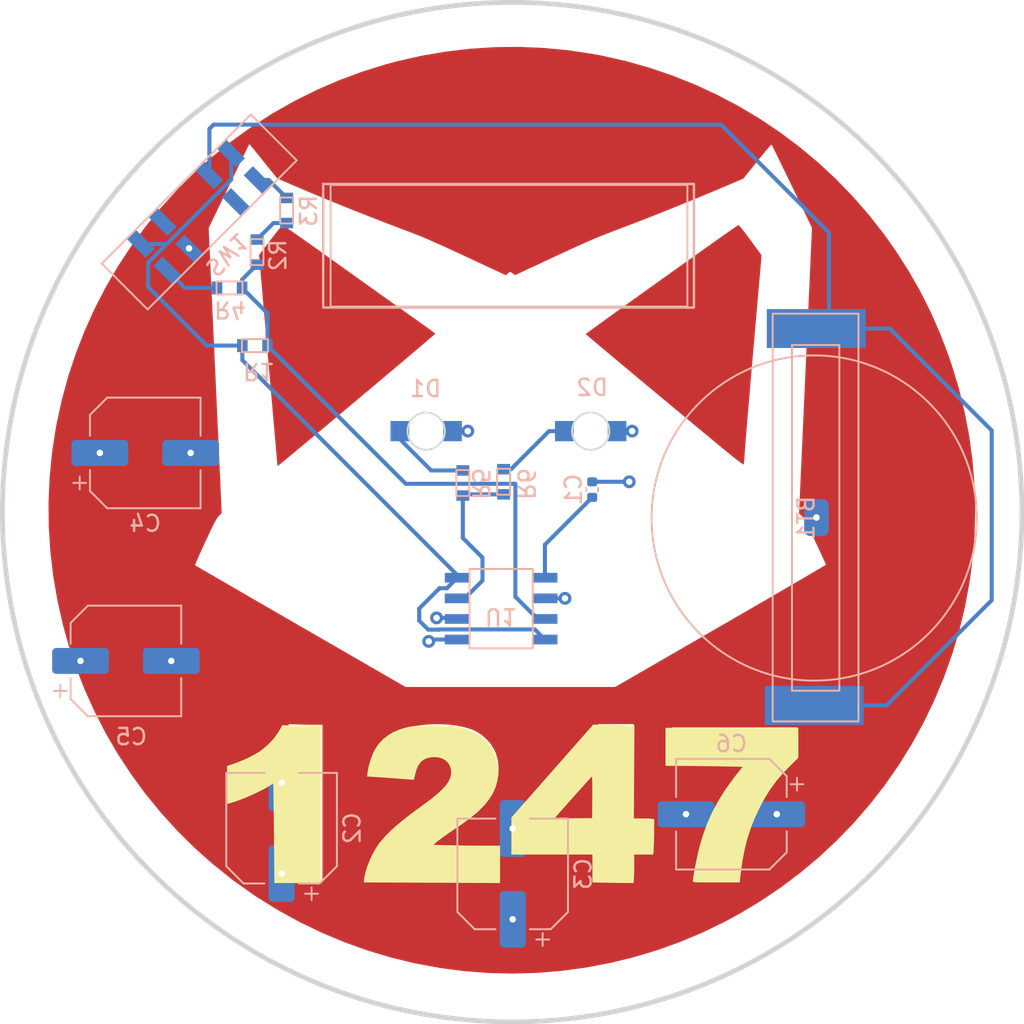
<source format=kicad_pcb>
(kicad_pcb (version 20211014) (generator pcbnew)
  (layers (0 "F.Cu" power) (1 "In1.Cu" mixed) (2 "In2.Cu" jumper) (31 "B.Cu" signal) (34 "B.Paste" user) (35 "F.Paste" user) (36 "B.SilkS" user "B.Silkscreen") (37 "F.SilkS" user "F.Silkscreen") (38 "B.Mask" user) (39 "F.Mask" user) (44 "Edge.Cuts" user))
  (net 0 "")
  (net 1 "/gnd")
  (net 2 "Net-(BT1-Pad2)")
  (net 3 "Net-(C1-Pad2)")
  (net 4 "Net-(C2-Pad1)")
  (net 5 "Net-(D1-Pad2)")
  (net 6 "Net-(D2-Pad2)")
  (net 7 "Net-(R1-Pad1)")
  (net 8 "Net-(R1-Pad2)")
  (net 9 "Net-(R2-Pad1)")
  (net 10 "Net-(R3-Pad1)")
  (net 11 "Net-(R4-Pad1)")
  (net 12 "Net-(R5-Pad1)")
  (footprint "Robocat:Number" (layer "F.Cu") (at 52.96 70.61)
    (fp_text reference "G***" hide)
    (fp_text value "Number" hide)
    (fp_poly (pts (xy 17.616129 -2.839257) (xy 17.133024 -2.367244) (xy 16.662361 -1.881366) (xy 16.251648 -1.398139) (xy 15.885604 -0.896809) (xy 15.548948 -0.356623) (xy 15.260533 0.175846) (xy 14.952531 0.82436) (xy 14.692572 1.472982) (xy 14.476772 2.135626) (xy 14.30125 2.826205) (xy 14.162119 3.558633) (xy 14.055498 4.346824) (xy 14.030705 4.581769) (xy 14.004446 4.845538) (xy 12.553352 4.845538) (xy 12.170484 4.845401) (xy 11.861615 4.844713) (xy 11.618809 4.843061) (xy 11.434129 4.840032) (xy 11.299638 4.835213) (xy 11.207401 4.82819) (xy 11.149481 4.818549) (xy 11.117941 4.805878) (xy 11.104846 4.789763) (xy 11.102258 4.769964) (xy 11.110242 4.680192) (xy 11.132452 4.527595) (xy 11.166269 4.325833) (xy 11.209078 4.088566) (xy 11.258261 3.829454) (xy 11.311202 3.562156) (xy 11.365283 3.300332) (xy 11.417888 3.057643) (xy 11.4664 2.847749) (xy 11.484757 2.773321) (xy 11.710451 1.984408) (xy 11.980705 1.235136) (xy 12.301416 0.514138) (xy 12.678482 -0.189952) (xy 13.117801 -0.888501) (xy 13.62527 -1.592876) (xy 13.988177 -2.051539) (xy 14.179808 -2.286) (xy 12.856113 -2.309946) (xy 12.46687 -2.316494) (xy 12.043634 -2.322759) (xy 11.609625 -2.328454) (xy 11.188063 -2.333295) (xy 10.802165 -2.336994) (xy 10.4775 -2.339254) (xy 9.42258 -2.344615) (xy 9.42258 -4.689231) (xy 17.616129 -4.689231)) (layer "F.SilkS") (width 0) (fill solid))
    (fp_poly (pts (xy 5.959471 -4.882907) (xy 6.27507 -4.87821) (xy 6.584427 -4.871171) (xy 6.855786 -4.862432) (xy 6.943061 -4.858767) (xy 7.508109 -4.832918) (xy 7.48916 -1.967075) (xy 7.47021 0.898769) (xy 7.970145 0.898769) (xy 8.177295 0.900752) (xy 8.365855 0.906141) (xy 8.514295 0.914099) (xy 8.598104 0.923192) (xy 8.726129 0.947615) (xy 8.725962 1.538654) (xy 8.72387 1.802255) (xy 8.718281 2.091712) (xy 8.71003 2.373188) (xy 8.699949 2.612845) (xy 8.699156 2.627923) (xy 8.672516 3.126154) (xy 7.497096 3.126154) (xy 7.496805 3.741615) (xy 7.494977 3.978407) (xy 7.49015 4.211141) (xy 7.482981 4.417937) (xy 7.474127 4.576913) (xy 7.470397 4.620846) (xy 7.44428 4.884615) (xy 6.600124 4.876374) (xy 6.311028 4.873109) (xy 6.018148 4.869018) (xy 5.743052 4.864459) (xy 5.507309 4.859787) (xy 5.336048 4.855469) (xy 4.916129 4.842804) (xy 4.916129 3.126154) (xy -0.081936 3.126154) (xy -0.080203 0.899999) (xy 2.573101 0.899999) (xy 4.895645 0.879231) (xy 4.906446 -0.400539) (xy 4.908123 -0.707775) (xy 4.907889 -0.988401) (xy 4.905891 -1.233298) (xy 4.902276 -1.433345) (xy 4.897189 -1.579421) (xy 4.890777 -1.662406) (xy 4.885963 -1.678193) (xy 4.852949 -1.648355) (xy 4.77093 -1.562444) (xy 4.643422 -1.424374) (xy 4.473939 -1.238057) (xy 4.265997 -1.007408) (xy 4.023109 -0.73634) (xy 3.748791 -0.428767) (xy 3.446558 -0.088602) (xy 3.119925 0.28024) (xy 2.772407 0.673845) (xy 2.710179 0.744443) (xy 2.573101 0.899999) (xy -0.080203 0.899999) (xy -0.080156 0.840154) (xy 2.440305 -2.022231) (xy 4.960765 -4.884615) (xy 5.669389 -4.884615)) (layer "F.SilkS") (width 0) (fill solid))
    (fp_poly (pts (xy -4.393867 -4.852851) (xy -3.957244 -4.82743) (xy -3.570662 -4.782683) (xy -3.219009 -4.716788) (xy -2.88717 -4.627923) (xy -2.839166 -4.61282) (xy -2.384323 -4.429168) (xy -1.981184 -4.189209) (xy -1.633785 -3.898563) (xy -1.346161 -3.56285) (xy -1.122348 -3.187689) (xy -0.96638 -2.778702) (xy -0.882292 -2.341508) (xy -0.87412 -1.881726) (xy -0.874472 -1.876492) (xy -0.931392 -1.451113) (xy -1.044781 -1.045045) (xy -1.217925 -0.653921) (xy -1.454105 -0.273375) (xy -1.756605 0.100959) (xy -2.128708 0.473448) (xy -2.573697 0.848458) (xy -3.094854 1.230357) (xy -3.329533 1.388768) (xy -3.584737 1.559545) (xy -3.841058 1.734994) (xy -4.087729 1.907392) (xy -4.313986 2.069016) (xy -4.509064 2.212143) (xy -4.662198 2.329049) (xy -4.762622 2.412011) (xy -4.783927 2.432212) (xy -4.877047 2.527412) (xy -3.800701 2.553165) (xy -3.437013 2.560815) (xy -3.031957 2.56757) (xy -2.614032 2.573068) (xy -2.211737 2.576952) (xy -1.853571 2.578861) (xy -1.751371 2.578997) (xy -0.778388 2.579077) (xy -0.778388 4.884615) (xy -2.611694 4.87517) (xy -3.02587 4.873072) (xy -3.50502 4.870708) (xy -4.032181 4.868157) (xy -4.590394 4.8655) (xy -5.162696 4.862816) (xy -5.732127 4.860186) (xy -6.281724 4.857689) (xy -6.794527 4.855407) (xy -6.816141 4.855312) (xy -9.187282 4.844899) (xy -9.160184 4.616442) (xy -9.095779 4.27448) (xy -8.983653 3.896332) (xy -8.832617 3.502384) (xy -8.651481 3.113023) (xy -8.449057 2.748636) (xy -8.234153 2.429608) (xy -8.190895 2.3736) (xy -7.884946 2.018927) (xy -7.515462 1.647862) (xy -7.079464 1.257791) (xy -6.573971 0.846096) (xy -5.996002 0.410162) (xy -5.761831 0.24123) (xy -5.310785 -0.087643) (xy -4.927427 -0.383468) (xy -4.607636 -0.650834) (xy -4.347293 -0.894334) (xy -4.142278 -1.118559) (xy -3.988472 -1.328101) (xy -3.881755 -1.527552) (xy -3.818008 -1.721502) (xy -3.793112 -1.914544) (xy -3.792432 -1.953846) (xy -3.828612 -2.224085) (xy -3.93216 -2.455944) (xy -4.095982 -2.64365) (xy -4.312979 -2.781428) (xy -4.576058 -2.863505) (xy -4.878121 -2.884107) (xy -4.932018 -2.881139) (xy -5.221741 -2.835364) (xy -5.461937 -2.740348) (xy -5.657352 -2.591156) (xy -5.812734 -2.382848) (xy -5.932827 -2.11049) (xy -6.022377 -1.769143) (xy -6.027894 -1.741143) (xy -6.05611 -1.611911) (xy -6.082416 -1.519854) (xy -6.101033 -1.484988) (xy -6.146168 -1.487921) (xy -6.263105 -1.496209) (xy -6.44196 -1.509132) (xy -6.672845 -1.52597) (xy -6.945877 -1.546003) (xy -7.25117 -1.568511) (xy -7.435646 -1.582159) (xy -7.760254 -1.605953) (xy -8.062997 -1.627667) (xy -8.333033 -1.646561) (xy -8.55952 -1.661894) (xy -8.731614 -1.672925) (xy -8.838474 -1.678913) (xy -8.864566 -1.679787) (xy -8.982519 -1.680308) (xy -8.954144 -1.919532) (xy -8.889024 -2.2854) (xy -8.782472 -2.672923) (xy -8.645702 -3.045574) (xy -8.535939 -3.281988) (xy -8.294821 -3.662519) (xy -7.992124 -3.991708) (xy -7.629262 -4.268195) (xy -7.350254 -4.424726) (xy -7.041356 -4.561749) (xy -6.724096 -4.669787) (xy -6.385162 -4.751208) (xy -6.011241 -4.808374) (xy -5.589018 -4.843652) (xy -5.105183 -4.859406) (xy -4.895646 -4.860769)) (layer "F.SilkS") (width 0) (fill solid))
    (fp_poly (pts (xy -11.79871 4.884615) (xy -14.694569 4.884615) (xy -14.724065 1.827635) (xy -14.728855 1.346163) (xy -14.733694 0.887731) (xy -14.738504 0.458284) (xy -14.743206 0.063763) (xy -14.747718 -0.289887) (xy -14.751962 -0.596724) (xy -14.755857 -0.850804) (xy -14.759325 -1.046184) (xy -14.762286 -1.17692) (xy -14.764659 -1.237069) (xy -14.765194 -1.240441) (xy -14.801945 -1.225368) (xy -14.889738 -1.17556) (xy -15.012085 -1.100543) (xy -15.059623 -1.070347) (xy -15.264393 -0.950151) (xy -15.527454 -0.812289) (xy -15.82993 -0.665371) (xy -16.152948 -0.518011) (xy -16.477631 -0.378819) (xy -16.785106 -0.256408) (xy -17.055512 -0.159714) (xy -17.243133 -0.09877) (xy -17.403296 -0.048547) (xy -17.519801 -0.013997) (xy -17.576451 -0.000075) (xy -17.577851 0) (xy -17.588617 -0.037955) (xy -17.597922 -0.14735) (xy -17.605545 -0.321479) (xy -17.611268 -0.553639) (xy -17.614869 -0.837123) (xy -17.616129 -1.165227) (xy -17.616129 -2.335032) (xy -17.237178 -2.462215) (xy -16.895013 -2.587696) (xy -16.542086 -2.736097) (xy -16.198871 -2.897579) (xy -15.885842 -3.062303) (xy -15.623472 -3.220429) (xy -15.539189 -3.278265) (xy -15.102014 -3.636769) (xy -14.72557 -4.038223) (xy -14.417234 -4.474365) (xy -14.323208 -4.640385) (xy -14.214427 -4.845539) (xy -11.79871 -4.845539)) (layer "F.SilkS") (width 0) (fill solid))
  )
  (footprint "Robocat:Background" (layer "F.Cu") (at 52.9082 52.5018)
    (fp_text reference "G***" hide)
    (fp_text value "Background" hide)
    (fp_poly (pts (xy 5.361921 15.765165) (xy 5.369554 15.876886) (xy 5.376206 16.05739) (xy 5.381738 16.300236) (xy 5.386016 16.59898) (xy 5.388903 16.94718) (xy 5.390263 17.338394) (xy 5.390353 17.47441) (xy 5.390353 19.233762) (xy 3.899839 19.233762) (xy 3.56007 19.232909) (xy 3.247499 19.230482) (xy 2.971176 19.226676) (xy 2.740149 19.221689) (xy 2.563468 19.215715) (xy 2.450182 19.208952) (xy 2.40934 19.201596) (xy 2.409324 19.201446) (xy 2.434943 19.164848) (xy 2.507907 19.073148) (xy 2.622383 18.933232) (xy 2.772535 18.751981) (xy 2.952526 18.536279) (xy 3.156522 18.29301) (xy 3.378688 18.029057) (xy 3.613187 17.751303) (xy 3.854185 17.466631) (xy 4.095845 17.181925) (xy 4.332333 16.904068) (xy 4.557813 16.639943) (xy 4.766449 16.396433) (xy 4.952407 16.180422) (xy 5.10985 15.998793) (xy 5.232944 15.85843) (xy 5.315852 15.766215) (xy 5.35274 15.729032) (xy 5.353441 15.72867)) (layer "F.Cu") (width 0) (fill solid))
    (fp_poly (pts (xy -14.124293 -17.575472) (xy -14.083143 -17.551556) (xy -13.980171 -17.483181) (xy -13.819894 -17.373524) (xy -13.606828 -17.225766) (xy -13.345491 -17.043085) (xy -13.040398 -16.828661) (xy -12.696067 -16.585673) (xy -12.317014 -16.3173) (xy -11.907756 -16.026721) (xy -11.47281 -15.717116) (xy -11.016692 -15.391663) (xy -10.696266 -15.162584) (xy -10.194949 -14.804075) (xy -9.68868 -14.442352) (xy -9.184459 -14.082401) (xy -8.689292 -13.729209) (xy -8.21018 -13.38776) (xy -7.754127 -13.063042) (xy -7.328135 -12.760039) (xy -6.939208 -12.483737) (xy -6.59435 -12.239124) (xy -6.300562 -12.031183) (xy -6.064848 -11.864902) (xy -6.027848 -11.838881) (xy -5.73967 -11.635382) (xy -5.473448 -11.445545) (xy -5.236402 -11.274656) (xy -5.035755 -11.128006) (xy -4.87873 -11.010884) (xy -4.772548 -10.928578) (xy -4.724431 -10.886377) (xy -4.722326 -10.882798) (xy -4.75265 -10.853037) (xy -4.841555 -10.774386) (xy -4.98493 -10.650297) (xy -5.17866 -10.484223) (xy -5.418635 -10.279616) (xy -5.70074 -10.03993) (xy -6.020865 -9.768616) (xy -6.374896 -9.469128) (xy -6.758721 -9.144919) (xy -7.168227 -8.799441) (xy -7.599303 -8.436146) (xy -8.047835 -8.058488) (xy -8.509711 -7.669919) (xy -8.980819 -7.273892) (xy -9.457046 -6.87386) (xy -9.93428 -6.473275) (xy -10.408408 -6.07559) (xy -10.875318 -5.684258) (xy -11.330898 -5.302731) (xy -11.771034 -4.934463) (xy -12.191614 -4.582905) (xy -12.588527 -4.251511) (xy -12.957659 -3.943734) (xy -13.294898 -3.663026) (xy -13.596132 -3.412839) (xy -13.857248 -3.196627) (xy -14.074134 -3.017842) (xy -14.242677 -2.879937) (xy -14.358764 -2.786365) (xy -14.418284 -2.740578) (xy -14.425322 -2.736417) (xy -14.457044 -2.765838) (xy -14.457085 -2.76664) (xy -14.460706 -2.810047) (xy -14.47106 -2.93047) (xy -14.48777 -3.123564) (xy -14.510456 -3.384983) (xy -14.538741 -3.710382) (xy -14.572244 -4.095416) (xy -14.610588 -4.535738) (xy -14.653395 -5.027004) (xy -14.700284 -5.564867) (xy -14.750879 -6.144984) (xy -14.8048 -6.763007) (xy -14.861668 -7.414591) (xy -14.921106 -8.095392) (xy -14.982734 -8.801063) (xy -15.02359 -9.268769) (xy -15.58896 -15.74027) (xy -14.88754 -16.660087) (xy -14.694473 -16.910333) (xy -14.5197 -17.131168) (xy -14.369265 -17.315346) (xy -14.249208 -17.455621) (xy -14.165571 -17.544747) (xy -14.124397 -17.575478)) (layer "F.Cu") (width 0) (fill solid))
    (fp_poly (pts (xy 14.012702 -17.559468) (xy 14.089936 -17.471888) (xy 14.201689 -17.3344) (xy 14.341438 -17.155245) (xy 14.502662 -16.942666) (xy 14.678839 -16.704904) (xy 14.713855 -16.657028) (xy 15.400541 -15.71617) (xy 14.908533 -10.073439) (xy 14.848858 -9.387334) (xy 14.790594 -8.714123) (xy 14.734201 -8.059291) (xy 14.68014 -7.428325) (xy 14.628871 -6.826712) (xy 14.580857 -6.259936) (xy 14.536557 -5.733485) (xy 14.496432 -5.252845) (xy 14.460944 -4.823501) (xy 14.430553 -4.450941) (xy 14.405719 -4.140649) (xy 14.386904 -3.898113) (xy 14.374569 -3.728818) (xy 14.371089 -3.675242) (xy 14.355188 -3.429568) (xy 14.338704 -3.207461) (xy 14.322897 -3.023654) (xy 14.309027 -2.892881) (xy 14.298919 -2.831598) (xy 14.290169 -2.824088) (xy 14.26953 -2.827836) (xy 14.23417 -2.845136) (xy 14.181252 -2.878287) (xy 14.107943 -2.929581) (xy 14.011408 -3.001317) (xy 13.888813 -3.095788) (xy 13.737323 -3.215292) (xy 13.554104 -3.362123) (xy 13.336321 -3.538577) (xy 13.08114 -3.74695) (xy 12.785725 -3.989537) (xy 12.447243 -4.268635) (xy 12.06286 -4.586539) (xy 11.62974 -4.945544) (xy 11.145049 -5.347947) (xy 10.605952 -5.796042) (xy 10.009616 -6.292126) (xy 9.4127 -6.788964) (xy 8.865551 -7.244637) (xy 8.335773 -7.686176) (xy 7.826744 -8.110749) (xy 7.341839 -8.515527) (xy 6.884436 -8.897681) (xy 6.457911 -9.254381) (xy 6.065643 -9.582796) (xy 5.711006 -9.880098) (xy 5.397378 -10.143456) (xy 5.128137 -10.37004) (xy 4.906658 -10.557021) (xy 4.736319 -10.701569) (xy 4.620496 -10.800854) (xy 4.562566 -10.852046) (xy 4.556286 -10.858652) (xy 4.589528 -10.887211) (xy 4.684808 -10.959749) (xy 4.837546 -11.072994) (xy 5.043165 -11.223675) (xy 5.297085 -11.408521) (xy 5.594728 -11.62426) (xy 5.931515 -11.867622) (xy 6.302866 -12.135335) (xy 6.704204 -12.424127) (xy 7.13095 -12.730728) (xy 7.578524 -13.051866) (xy 8.042348 -13.38427) (xy 8.517843 -13.724668) (xy 9.000431 -14.06979) (xy 9.485533 -14.416363) (xy 9.968569 -14.761117) (xy 10.444961 -15.100781) (xy 10.910131 -15.432083) (xy 11.359499 -15.751751) (xy 11.788486 -16.056515) (xy 12.192515 -16.343103) (xy 12.567006 -16.608244) (xy 12.907381 -16.848666) (xy 13.20906 -17.061099) (xy 13.467464 -17.242271) (xy 13.678016 -17.388911) (xy 13.836137 -17.497747) (xy 13.937246 -17.565508) (xy 13.976508 -17.588895)) (layer "F.Cu") (width 0) (fill solid))
    (fp_poly (pts (xy 1.978528 -28.505969) (xy 3.487668 -28.361346) (xy 4.988817 -28.136129) (xy 5.540014 -28.032661) (xy 7.025947 -27.697318) (xy 8.484777 -27.285802) (xy 9.913959 -26.799799) (xy 11.310948 -26.240997) (xy 12.673196 -25.611084) (xy 13.998158 -24.911747) (xy 15.283289 -24.144672) (xy 16.526041 -23.311548) (xy 17.72387 -22.414062) (xy 18.874229 -21.453901) (xy 19.974572 -20.432751) (xy 21.022353 -19.352302) (xy 22.015027 -18.21424) (xy 22.950047 -17.020252) (xy 23.653347 -16.028136) (xy 24.442399 -14.799742) (xy 25.158398 -13.549959) (xy 25.805874 -12.269577) (xy 26.389358 -10.949385) (xy 26.913378 -9.580174) (xy 27.118271 -8.983923) (xy 27.559788 -7.527876) (xy 27.921765 -6.056298) (xy 28.204196 -4.572218) (xy 28.407074 -3.078668) (xy 28.530395 -1.578676) (xy 28.574152 -0.075274) (xy 28.538339 1.42851) (xy 28.422952 2.929644) (xy 28.227984 4.425099) (xy 27.953429 5.911844) (xy 27.599283 7.38685) (xy 27.165538 8.847087) (xy 27.152114 8.888138) (xy 26.637775 10.327584) (xy 26.05151 11.729814) (xy 25.395162 13.092665) (xy 24.670573 14.413973) (xy 23.879584 15.691575) (xy 23.024039 16.923307) (xy 22.10578 18.107006) (xy 21.126647 19.240508) (xy 20.088485 20.32165) (xy 18.993134 21.348268) (xy 17.842437 22.318199) (xy 16.638236 23.229279) (xy 15.382374 24.079344) (xy 14.076692 24.866232) (xy 13.093233 25.399477) (xy 11.746088 26.051052) (xy 10.36387 26.630175) (xy 8.950974 27.135897) (xy 7.511794 27.56727) (xy 6.050725 27.923345) (xy 4.572163 28.203172) (xy 3.080503 28.405802) (xy 1.58014 28.530286) (xy 0.075468 28.575676) (xy -1.429116 28.541021) (xy -1.449679 28.539988) (xy -2.961697 28.422743) (xy -4.462526 28.225315) (xy -5.948861 27.948813) (xy -7.417394 27.594346) (xy -8.86482 27.16302) (xy -10.287832 26.655946) (xy -11.683123 26.07423) (xy -13.047388 25.418981) (xy -14.37732 24.691308) (xy -15.669612 23.892319) (xy -16.028136 23.653347) (xy -17.264144 22.767117) (xy -18.446309 21.820639) (xy -19.572817 20.816491) (xy -20.641858 19.757253) (xy -21.651619 18.645504) (xy -22.340089 17.802447) (xy -17.069454 17.802447) (xy -16.744063 17.682471) (xy -16.343216 17.522999) (xy -15.930604 17.337688) (xy -15.524883 17.136193) (xy -15.144706 16.928172) (xy -14.80873 16.723277) (xy -14.569312 16.556891) (xy -14.231351 16.302696) (xy -14.220903 19.626267) (xy -14.210456 22.949839) (xy -11.6791 22.949839) (xy -8.660936 22.949839) (xy -0.735049 22.949839) (xy -0.735049 21.112218) (xy 0.40836 21.112218) (xy 5.390353 21.112218) (xy 5.390353 22.949839) (xy 7.513826 22.949839) (xy 7.513826 21.112218) (xy 8.738906 21.112218) (xy 8.738906 19.233762) (xy 7.513826 19.233762) (xy 7.513826 15.436012) (xy 9.882315 15.436012) (xy 12.373311 15.436012) (xy 12.901931 15.436292) (xy 13.354141 15.437276) (xy 13.735204 15.439179) (xy 14.050383 15.442215) (xy 14.304937 15.446601) (xy 14.504131 15.45255) (xy 14.653224 15.460279) (xy 14.75748 15.470002) (xy 14.822159 15.481935) (xy 14.852524 15.496293) (xy 14.853837 15.51329) (xy 14.831359 15.533142) (xy 14.826382 15.536304) (xy 14.780462 15.582725) (xy 14.695662 15.685375) (xy 14.579893 15.833544) (xy 14.441064 16.016521) (xy 14.287086 16.223597) (xy 14.125871 16.44406) (xy 13.965328 16.6672) (xy 13.813367 16.882306) (xy 13.6779 17.078669) (xy 13.588479 17.212379) (xy 13.188546 17.854649) (xy 12.848895 18.474888) (xy 12.560279 19.093918) (xy 12.313453 19.732562) (xy 12.099172 20.41164) (xy 11.992852 20.805948) (xy 11.919648 21.107357) (xy 11.844769 21.442013) (xy 11.772627 21.787924) (xy 11.707633 22.123095) (xy 11.654199 22.425533) (xy 11.616737 22.673243) (xy 11.613982 22.694614) (xy 11.586905 22.909003) (xy 14.037992 22.909003) (xy 14.067138 22.592524) (xy 14.192662 21.621911) (xy 14.387469 20.670012) (xy 14.64895 19.744545) (xy 14.974491 18.853232) (xy 15.361483 18.003792) (xy 15.807313 17.203945) (xy 15.983753 16.926527) (xy 16.262487 16.521537) (xy 16.53718 16.163892) (xy 16.831866 15.824243) (xy 17.170578 15.47324) (xy 17.18752 15.45643) (xy 17.59978 15.04807) (xy 17.60005 14.221141) (xy 17.600321 13.394212) (xy 9.882315 13.394212) (xy 9.882315 15.436012) (xy 7.513826 15.436012) (xy 7.513826 13.190032) (xy 5.324768 13.190032) (xy 0.40836 19.047024) (xy 0.40836 21.112218) (xy -0.735049 21.112218) (xy -0.735049 21.002959) (xy -2.235772 20.975977) (xy -2.616375 20.969507) (xy -3.004338 20.96359) (xy -3.38394 20.958418) (xy -3.73946 20.954184) (xy -4.055177 20.951078) (xy -4.315369 20.949295) (xy -4.449419 20.948934) (xy -5.162343 20.948874) (xy -4.980287 20.762012) (xy -4.691061 20.488245) (xy -4.329248 20.185729) (xy -3.897777 19.856821) (xy -3.511898 19.581477) (xy -3.122367 19.306368) (xy -2.792111 19.063301) (xy -2.509846 18.84319) (xy -2.264286 18.636948) (xy -2.044147 18.435487) (xy -1.855142 18.247353) (xy -1.639688 18.016174) (xy -1.470623 17.81177) (xy -1.330678 17.609753) (xy -1.202583 17.385734) (xy -1.100789 17.182136) (xy -0.932856 16.745757) (xy -0.837771 16.29609) (xy -0.815687 15.844155) (xy -0.866758 15.400971) (xy -0.991139 14.977557) (xy -1.067619 14.803449) (xy -1.279749 14.453412) (xy -1.555394 14.13089) (xy -1.878389 13.850623) (xy -2.23257 13.627348) (xy -2.478186 13.517381) (xy -2.904178 13.386474) (xy -3.381497 13.289259) (xy -3.893701 13.225795) (xy -4.424352 13.196144) (xy -4.95701 13.200366) (xy -5.475236 13.238522) (xy -5.962589 13.310673) (xy -6.402631 13.416878) (xy -6.649943 13.502001) (xy -7.072884 13.709419) (xy -7.439874 13.975841) (xy -7.751216 14.301644) (xy -8.00721 14.687202) (xy -8.208159 15.132892) (xy -8.350302 15.620942) (xy -8.391874 15.821987) (xy -8.415523 15.974611) (xy -8.419734 16.067282) (xy -8.411837 16.089624) (xy -8.361777 16.099162) (xy -8.241878 16.113136) (xy -8.063787 16.13046) (xy -7.839149 16.15005) (xy -7.579612 16.17082) (xy -7.381872 16.185591) (xy -7.092809 16.20688) (xy -6.819391 16.227602) (xy -6.575934 16.246629) (xy -6.376753 16.262828) (xy -6.236165 16.275069) (xy -6.186021 16.28003) (xy -5.981205 16.302563) (xy -5.915426 16.022423) (xy -5.802873 15.663675) (xy -5.649235 15.365121) (xy -5.457819 15.13185) (xy -5.231934 14.968949) (xy -5.229639 14.967758) (xy -5.075449 14.912316) (xy -4.8699 14.870804) (xy -4.642592 14.846381) (xy -4.423124 14.842206) (xy -4.241097 14.861437) (xy -4.238511 14.861982) (xy -3.957887 14.960043) (xy -3.715102 15.119771) (xy -3.518254 15.329149) (xy -3.375441 15.576158) (xy -3.29476 15.848781) (xy -3.284311 16.135001) (xy -3.301888 16.251955) (xy -3.357719 16.461557) (xy -3.439838 16.664637) (xy -3.553524 16.867039) (xy -3.704054 17.074607) (xy -3.896708 17.293186) (xy -4.136763 17.52862) (xy -4.429496 17.786754) (xy -4.780188 18.073432) (xy -5.194114 18.394498) (xy -5.3291 18.496656) (xy -5.892646 18.931959) (xy -6.386133 19.336579) (xy -6.813571 19.714241) (xy -7.17897 20.068673) (xy -7.486341 20.403599) (xy -7.739695 20.722746) (xy -7.769256 20.76381) (xy -7.97937 21.095716) (xy -8.179539 21.479651) (xy -8.358853 21.889946) (xy -8.506403 22.300931) (xy -8.611277 22.686935) (xy -8.633271 22.796704) (xy -8.660936 22.949839) (xy -11.6791 22.949839) (xy -11.6791 13.230868) (xy -12.346621 13.230868) (xy -12.60811 13.229148) (xy -12.874842 13.224418) (xy -13.121253 13.217325) (xy -13.321776 13.208516) (xy -13.38335 13.204661) (xy -13.558419 13.193362) (xy -13.668896 13.191413) (xy -13.731582 13.201383) (xy -13.763275 13.225844) (xy -13.780146 13.265376) (xy -13.832307 13.378387) (xy -13.926856 13.536127) (xy -14.052004 13.722211) (xy -14.19596 13.920254) (xy -14.346937 14.11387) (xy -14.493143 14.286674) (xy -14.588015 14.388174) (xy -15.030137 14.77787) (xy -15.538895 15.12168) (xy -16.114829 15.419929) (xy -16.674942 15.644004) (xy -17.069301 15.783118) (xy -17.069377 16.792783) (xy -17.069454 17.802447) (xy -22.340089 17.802447) (xy -22.600289 17.483823) (xy -23.486056 16.274789) (xy -24.307108 15.02098) (xy -25.061634 13.724977) (xy -25.747822 12.389358) (xy -26.36386 11.016701) (xy -26.907937 9.609587) (xy -27.37824 8.170594) (xy -27.684535 7.059908) (xy -28.024441 5.559091) (xy -28.283146 4.052055) (xy -28.360719 3.391224) (xy -19.531131 3.391224) (xy -19.5304 3.394415) (xy -19.492341 3.417708) (xy -19.387067 3.479783) (xy -19.218101 3.578597) (xy -18.988966 3.71211) (xy -18.703185 3.87828) (xy -18.364281 4.075066) (xy -17.975777 4.300425) (xy -17.541195 4.552317) (xy -17.064059 4.8287) (xy -16.547891 5.127532) (xy -15.996215 5.446773) (xy -15.412553 5.78438) (xy -14.800427 6.138313) (xy -14.163362 6.506529) (xy -13.50488 6.886988) (xy -13.026689 7.163195) (xy -6.554181 10.901296) (xy -0.095287 10.902255) (xy 6.363607 10.903215) (xy 12.870148 7.145702) (xy 13.542942 6.756983) (xy 14.19645 6.379048) (xy 14.827185 6.013931) (xy 15.431659 5.663663) (xy 16.006383 5.330278) (xy 16.547869 5.015808) (xy 17.052631 4.722286) (xy 17.517179 4.451744) (xy 17.938027 4.206214) (xy 18.311686 3.98773) (xy 18.634668 3.798324) (xy 18.903486 3.640028) (xy 19.114651 3.514874) (xy 19.264676 3.424897) (xy 19.350072 3.372127) (xy 19.369606 3.358162) (xy 19.351331 3.31561) (xy 19.30231 3.207312) (xy 19.226351 3.041528) (xy 19.127261 2.826513) (xy 19.008846 2.570528) (xy 18.874914 2.281828) (xy 18.729271 1.968673) (xy 18.706273 1.919292) (xy 18.534208 1.551046) (xy 18.391841 1.249546) (xy 18.275126 1.007163) (xy 18.180016 0.816267) (xy 18.102466 0.669229) (xy 18.03843 0.558421) (xy 17.983861 0.476212) (xy 17.934715 0.414974) (xy 17.886944 0.367077) (xy 17.879641 0.360567) (xy 17.70926 0.210684) (xy 18.108449 -8.602938) (xy 18.507637 -17.41656) (xy 17.275335 -19.968811) (xy 17.069008 -20.395724) (xy 16.872721 -20.801061) (xy 16.689406 -21.178818) (xy 16.521992 -21.522995) (xy 16.373411 -21.82759) (xy 16.246594 -22.086601) (xy 16.14447 -22.294027) (xy 16.069973 -22.443866) (xy 16.026031 -22.530116) (xy 16.015165 -22.549319) (xy 15.983974 -22.525446) (xy 15.908131 -22.444741) (xy 15.793735 -22.314361) (xy 15.646889 -22.141464) (xy 15.47369 -21.933207) (xy 15.280239 -21.696748) (xy 15.129742 -21.510442) (xy 14.272186 -20.443307) (xy 13.802572 -20.242678) (xy 12.518748 -19.699369) (xy 11.238742 -19.16781) (xy 9.976042 -18.653441) (xy 8.744138 -18.161699) (xy 7.556519 -17.698024) (xy 6.426674 -17.267854) (xy 6.391649 -17.254712) (xy 6.081158 -17.137322) (xy 5.791157 -17.025362) (xy 5.512115 -16.914706) (xy 5.234503 -16.801232) (xy 4.94879 -16.680813) (xy 4.645446 -16.549326) (xy 4.314941 -16.402647) (xy 3.947744 -16.236651) (xy 3.534325 -16.047214) (xy 3.065154 -15.830211) (xy 2.600006 -15.613828) (xy 0.195975 -14.49335) (xy 0.059876 -14.597157) (xy -0.042076 -14.670369) (xy -0.109615 -14.692788) (xy -0.172599 -14.66402) (xy -0.251098 -14.593049) (xy -0.363739 -14.485132) (xy -2.826001 -15.631673) (xy -3.36604 -15.882544) (xy -3.841228 -16.101846) (xy -4.260326 -16.293387) (xy -4.632095 -16.460974) (xy -4.965296 -16.608416) (xy -5.26869 -16.739521) (xy -5.551038 -16.858096) (xy -5.821102 -16.967951) (xy -6.087643 -17.072892) (xy -6.359421 -17.176728) (xy -6.513345 -17.234389) (xy -6.954164 -17.40013) (xy -7.454179 -17.590888) (xy -7.997184 -17.800296) (xy -8.566971 -18.021991) (xy -9.147333 -18.249608) (xy -9.722065 -18.476782) (xy -10.274959 -18.697148) (xy -10.789808 -18.904341) (xy -11.250406 -19.091998) (xy -11.393248 -19.15083) (xy -11.777659 -19.310291) (xy -12.164088 -19.471728) (xy -12.544841 -19.631838) (xy -12.912228 -19.787318) (xy -13.258556 -19.934865) (xy -13.576134 -20.071179) (xy -13.85727 -20.192955) (xy -14.094271 -20.296891) (xy -14.279447 -20.379685) (xy -14.405105 -20.438035) (xy -14.463553 -20.468637) (xy -14.464936 -20.469661) (xy -14.505197 -20.513011) (xy -14.589563 -20.612366) (xy -14.711455 -20.759686) (xy -14.864296 -20.946933) (xy -15.041507 -21.166066) (xy -15.236511 -21.409048) (xy -15.35295 -21.554945) (xy -15.552341 -21.8043) (xy -15.735247 -22.031157) (xy -15.895582 -22.228113) (xy -16.027258 -22.387766) (xy -16.124188 -22.502714) (xy -16.180285 -22.565553) (xy -16.19187 -22.575119) (xy -16.211592 -22.536823) (xy -16.263865 -22.430862) (xy -16.345815 -22.263161) (xy -16.45457 -22.039647) (xy -16.587254 -21.766242) (xy -16.740996 -21.448874) (xy -16.912922 -21.093467) (xy -17.100158 -20.705945) (xy -17.29983 -20.292235) (xy -17.451195 -19.978336) (xy -18.695847 -17.396227) (xy -18.292784 -8.606233) (xy -17.889722 0.183762) (xy -18.05778 0.344424) (xy -18.106848 0.397095) (xy -18.159513 0.467195) (xy -18.219679 0.562145) (xy -18.291248 0.689368) (xy -18.378123 0.856286) (xy -18.484205 1.070322) (xy -18.613396 1.338897) (xy -18.7696 1.669435) (xy -18.893721 1.93441) (xy -19.041216 2.252499) (xy -19.175833 2.547539) (xy -19.294012 2.811364) (xy -19.392191 3.035809) (xy -19.466811 3.212711) (xy -19.514311 3.333904) (xy -19.531131 3.391224) (xy -28.360719 3.391224) (xy -28.460605 2.540307) (xy -28.556769 1.025357) (xy -28.571592 -0.491287) (xy -28.505025 -2.008115) (xy -28.357022 -3.52362) (xy -28.127535 -5.036292) (xy -28.07361 -5.3291) (xy -27.752442 -6.807339) (xy -27.354746 -8.260361) (xy -26.882407 -9.685457) (xy -26.337311 -11.079923) (xy -25.721345 -12.441052) (xy -25.036394 -13.766136) (xy -24.284343 -15.052471) (xy -23.46708 -16.297349) (xy -22.586488 -17.498064) (xy -21.644456 -18.651909) (xy -20.642868 -19.756179) (xy -19.58361 -20.808166) (xy -18.468568 -21.805164) (xy -17.299628 -22.744468) (xy -16.078676 -23.623369) (xy -14.807597 -24.439163) (xy -14.721383 -24.491083) (xy -13.392083 -25.241174) (xy -12.027127 -25.918664) (xy -10.63009 -26.522064) (xy -9.204544 -27.049882) (xy -7.754065 -27.500627) (xy -7.06142 -27.686274) (xy -5.572851 -28.023327) (xy -4.072695 -28.280324) (xy -2.564216 -28.457177) (xy -1.050678 -28.553795) (xy 0.464658 -28.570089)) (layer "F.Cu") (width 0) (fill solid))
  )
  (footprint "Robocat:Face" (layer "F.Cu") (at 52.77358 46.61408)
    (fp_text reference "G***" hide)
    (fp_text value "Face" hide)
  )
  (footprint "Capacitor_SMD:C_0402_1005Metric" (layer "B.Cu") (at 57.8612 51.2318 -90)
    (fp_text reference "C1" (at 0 1.16 -270) (layer "B.SilkS") (effects (justify mirror)))
    (fp_text value "10nF")
    (fp_line (start -0.107836 -0.36) (end 0.107836 -0.36) (layer "B.SilkS") (width 0.12))
    (fp_line (start -0.107836 0.36) (end 0.107836 0.36) (layer "B.SilkS") (width 0.12))
    (pad "1" smd roundrect (at -0.48 0 270) (size 0.56 0.62) (layers "B.Cu" "B.Paste" "B.Mask") (net 1 "/gnd"))
    (pad "2" smd roundrect (at 0.48 0 270) (size 0.56 0.62) (layers "B.Cu" "B.Paste" "B.Mask") (net 3 "Net-(C1-Pad2)"))
  )
  (footprint "Custom Library:SOIC - 8 555" (layer "B.Cu") (at 52.2478 58.5724)
    (fp_text reference "U1" (at 0 0.5 180 unlocked) (layer "B.SilkS") (effects (justify mirror)))
    (fp_text value "555 Integrated Circuit")
    (fp_rect (start -1.95 2.45) (end 1.95 -2.45) (layer "B.SilkS") (width 0.12) (fill none))
    (pad "1" smd rect (at -2.7 1.905) (size 1.55 0.6) (layers "B.Cu" "B.Paste" "B.Mask") (net 1 "/gnd"))
    (pad "2" smd rect (at -2.7 0.635) (size 1.55 0.6) (layers "B.Cu" "B.Paste" "B.Mask") (net 4 "Net-(C2-Pad1)"))
    (pad "3" smd rect (at -2.7 -0.635) (size 1.55 0.6) (layers "B.Cu" "B.Paste" "B.Mask") (net 12 "Net-(R5-Pad1)"))
    (pad "4" smd rect (at -2.7 -1.905) (size 1.55 0.6) (layers "B.Cu" "B.Paste" "B.Mask") (net 7 "Net-(R1-Pad1)"))
    (pad "5" smd rect (at 2.7 -1.905) (size 1.55 0.6) (layers "B.Cu" "B.Paste" "B.Mask") (net 3 "Net-(C1-Pad2)"))
    (pad "6" smd rect (at 2.7 -0.635) (size 1.55 0.6) (layers "B.Cu" "B.Paste" "B.Mask") (net 4 "Net-(C2-Pad1)"))
    (pad "7" smd rect (at 2.7 0.635) (size 1.55 0.6) (layers "B.Cu" "B.Paste" "B.Mask") (net 8 "Net-(R1-Pad2)"))
    (pad "8" smd rect (at 2.7 1.905) (size 1.55 0.6) (layers "B.Cu" "B.Paste" "B.Mask") (net 7 "Net-(R1-Pad1)"))
  )
  (footprint "Capacitor_SMD:CP_Elec_6.3x5.4" (layer "B.Cu") (at 30.3022 48.9712)
    (fp_text reference "C4" (at 0 4.35) (layer "B.SilkS") (effects (justify mirror)))
    (fp_text value "220uF")
    (fp_line (start -2.345563 3.41) (end 3.41 3.41) (layer "B.SilkS") (width 0.12))
    (fp_line (start -3.41 2.345563) (end -2.345563 3.41) (layer "B.SilkS") (width 0.12))
    (fp_line (start -2.345563 -3.41) (end 3.41 -3.41) (layer "B.SilkS") (width 0.12))
    (fp_line (start -3.41 2.345563) (end -3.41 1.06) (layer "B.SilkS") (width 0.12))
    (fp_line (start 3.41 -3.41) (end 3.41 -1.06) (layer "B.SilkS") (width 0.12))
    (fp_line (start -3.41 -2.345563) (end -2.345563 -3.41) (layer "B.SilkS") (width 0.12))
    (fp_line (start -4.4375 1.8475) (end -3.65 1.8475) (layer "B.SilkS") (width 0.12))
    (fp_line (start 3.41 3.41) (end 3.41 1.06) (layer "B.SilkS") (width 0.12))
    (fp_line (start -4.04375 2.24125) (end -4.04375 1.45375) (layer "B.SilkS") (width 0.12))
    (fp_line (start -3.41 -2.345563) (end -3.41 -1.06) (layer "B.SilkS") (width 0.12))
    (pad "1" smd roundrect (at -2.8 0) (size 3.5 1.6) (layers "B.Cu" "B.Paste" "B.Mask") (roundrect_rratio 0.15625) (net 4 "Net-(C2-Pad1)"))
    (pad "2" smd roundrect (at 2.8 0) (size 3.5 1.6) (layers "B.Cu" "B.Paste" "B.Mask") (roundrect_rratio 0.15625) (net 1 "/gnd"))
  )
  (footprint "Custom Library:Pin Back" (layer "B.Cu") (at 52.7304 36.195 180)
    (fp_text reference "REF**" hide)
    (fp_text value "Pin Back")
    (fp_rect (start -11 3.75) (end 11 -3.75) (layer "B.SilkS") (width 0.12) (fill none))
  )
  (footprint "Custom Library:0603 Resistor" (layer "B.Cu") (at 49.8856 50.8254 90)
    (fp_text reference "R5" (at -0.0508 1.0922 270 unlocked) (layer "B.SilkS") (effects (justify mirror)))
    (fp_text value "220")
    (fp_rect (start -0.8 0.4) (end 0.8 -0.4) (layer "B.SilkS") (width 0.12) (fill none))
    (pad "1" smd rect (at -0.775 0 90) (size 0.65 0.8) (layers "B.Cu" "B.Paste" "B.Mask") (net 12 "Net-(R5-Pad1)"))
    (pad "2" smd rect (at 0.775 0 90) (size 0.65 0.8) (layers "B.Cu" "B.Paste" "B.Mask") (net 5 "Net-(D1-Pad2)"))
  )
  (footprint "Custom Library:0603 Resistor" (layer "B.Cu") (at 39.020782 34.020464 -90)
    (fp_text reference "R3" (at 0.015536 -1.365218 90 unlocked) (layer "B.SilkS") (effects (justify mirror)))
    (fp_text value "220")
    (fp_rect (start -0.8 0.4) (end 0.8 -0.4) (layer "B.SilkS") (width 0.12) (fill none))
    (pad "1" smd rect (at -0.775 0 270) (size 0.65 0.8) (layers "B.Cu" "B.Paste" "B.Mask") (net 10 "Net-(R3-Pad1)"))
    (pad "2" smd rect (at 0.775 0 270) (size 0.65 0.8) (layers "B.Cu" "B.Paste" "B.Mask") (net 9 "Net-(R2-Pad1)"))
  )
  (footprint "Custom Library:0603 Resistor" (layer "B.Cu") (at 37.191982 36.585864 -90)
    (fp_text reference "R2" (at 0.193336 -1.289018 90 unlocked) (layer "B.SilkS") (effects (justify mirror)))
    (fp_text value "220")
    (fp_rect (start -0.8 0.4) (end 0.8 -0.4) (layer "B.SilkS") (width 0.12) (fill none))
    (pad "1" smd rect (at -0.775 0 270) (size 0.65 0.8) (layers "B.Cu" "B.Paste" "B.Mask") (net 9 "Net-(R2-Pad1)"))
    (pad "2" smd rect (at 0.775 0 270) (size 0.65 0.8) (layers "B.Cu" "B.Paste" "B.Mask") (net 8 "Net-(R1-Pad2)"))
  )
  (footprint "Custom Library:0603 Resistor" (layer "B.Cu") (at 37.064982 42.351664)
    (fp_text reference "R1" (at 0.247618 1.590336 180 unlocked) (layer "B.SilkS") (effects (justify mirror)))
    (fp_text value "220")
    (fp_rect (start -0.8 0.4) (end 0.8 -0.4) (layer "B.SilkS") (width 0.12) (fill none))
    (pad "1" smd rect (at -0.775 0) (size 0.65 0.8) (layers "B.Cu" "B.Paste" "B.Mask") (net 7 "Net-(R1-Pad1)"))
    (pad "2" smd rect (at 0.775 0) (size 0.65 0.8) (layers "B.Cu" "B.Paste" "B.Mask") (net 8 "Net-(R1-Pad2)"))
  )
  (footprint "Capacitor_SMD:CP_Elec_6.3x5.4" (layer "B.Cu") (at 66.4464 71.247 180)
    (fp_text reference "C6" (at 0 4.35) (layer "B.SilkS") (effects (justify mirror)))
    (fp_text value "220uF")
    (fp_line (start -4.4375 1.8475) (end -3.65 1.8475) (layer "B.SilkS") (width 0.12))
    (fp_line (start -3.41 -2.345563) (end -3.41 -1.06) (layer "B.SilkS") (width 0.12))
    (fp_line (start -3.41 2.345563) (end -2.345563 3.41) (layer "B.SilkS") (width 0.12))
    (fp_line (start -4.04375 2.24125) (end -4.04375 1.45375) (layer "B.SilkS") (width 0.12))
    (fp_line (start -3.41 -2.345563) (end -2.345563 -3.41) (layer "B.SilkS") (width 0.12))
    (fp_line (start -2.345563 -3.41) (end 3.41 -3.41) (layer "B.SilkS") (width 0.12))
    (fp_line (start -3.41 2.345563) (end -3.41 1.06) (layer "B.SilkS") (width 0.12))
    (fp_line (start 3.41 3.41) (end 3.41 1.06) (layer "B.SilkS") (width 0.12))
    (fp_line (start 3.41 -3.41) (end 3.41 -1.06) (layer "B.SilkS") (width 0.12))
    (fp_line (start -2.345563 3.41) (end 3.41 3.41) (layer "B.SilkS") (width 0.12))
    (pad "1" smd roundrect (at -2.8 0 180) (size 3.5 1.6) (layers "B.Cu" "B.Paste" "B.Mask") (roundrect_rratio 0.15625) (net 4 "Net-(C2-Pad1)"))
    (pad "2" smd roundrect (at 2.8 0 180) (size 3.5 1.6) (layers "B.Cu" "B.Paste" "B.Mask") (roundrect_rratio 0.15625) (net 1 "/gnd"))
  )
  (footprint "Custom Library:1206 LED" (layer "B.Cu") (at 47.625 47.625 180)
    (fp_text reference "D1" (at 0.0508 2.6162 unlocked) (layer "B.SilkS") (effects (justify mirror)))
    (fp_text value "Blue LED")
    (fp_circle (center 0 0) (end 1.15 0) (layer "Edge.Cuts") (width 0.12) (fill none))
    (pad "1" smd rect (at -1.62565 0 180) (size 1.1513 1.25) (layers "B.Cu" "B.Paste" "B.Mask") (net 1 "/gnd"))
    (pad "2" smd rect (at 1.62565 0 180) (size 1.1513 1.25) (layers "B.Cu" "B.Paste" "B.Mask") (net 5 "Net-(D1-Pad2)"))
  )
  (footprint "Custom Library:0603 Resistor" (layer "B.Cu") (at 35.500382 38.795664)
    (fp_text reference "R4" (at 0.034218 1.336336 180 unlocked) (layer "B.SilkS") (effects (justify mirror)))
    (fp_text value "220")
    (fp_rect (start -0.8 0.4) (end 0.8 -0.4) (layer "B.SilkS") (width 0.12) (fill none))
    (pad "1" smd rect (at -0.775 0) (size 0.65 0.8) (layers "B.Cu" "B.Paste" "B.Mask") (net 11 "Net-(R4-Pad1)"))
    (pad "2" smd rect (at 0.775 0) (size 0.65 0.8) (layers "B.Cu" "B.Paste" "B.Mask") (net 8 "Net-(R1-Pad2)"))
  )
  (footprint "Custom Library:2032 Battery Connector" (layer "B.Cu") (at 71.5518 52.9844 -90)
    (fp_text reference "BT1" (at 0 0.5 -270 unlocked) (layer "B.SilkS") (effects (justify mirror)))
    (fp_text value "Cell Battery")
    (fp_rect (start -10.67 1.37) (end 10.65 -1.55) (layer "B.SilkS") (width 0.12) (fill none))
    (fp_rect (start -12.6 2.56) (end 12.54 -2.73) (layer "B.SilkS") (width 0.12) (fill none))
    (fp_circle (center 0 0) (end 9.7 -2.54) (layer "B.SilkS") (width 0.12) (fill none))
    (pad "1" smd roundrect (at -0.03 -0.14 270) (size 2.286 1.524) (layers "B.Cu" "B.Paste" "B.Mask") (net 1 "/gnd"))
    (pad "2" smd rect (at -11.684 -0.127 270) (size 2.4 6.1) (layers "B.Cu" "B.Paste" "B.Mask") (net 2 "Net-(BT1-Pad2)"))
    (pad "2" smd rect (at 11.557 0 270) (size 2.4 6.1) (layers "B.Cu" "B.Paste" "B.Mask") (net 2 "Net-(BT1-Pad2)"))
  )
  (footprint "Capacitor_SMD:CP_Elec_6.3x5.4" (layer "B.Cu") (at 29.1084 61.7982)
    (fp_text reference "C5" (at 0.3302 4.6736) (layer "B.SilkS") (effects (justify mirror)))
    (fp_text value "220uF")
    (fp_line (start -2.345563 3.41) (end 3.41 3.41) (layer "B.SilkS") (width 0.12))
    (fp_line (start 3.41 -3.41) (end 3.41 -1.06) (layer "B.SilkS") (width 0.12))
    (fp_line (start -3.41 2.345563) (end -3.41 1.06) (layer "B.SilkS") (width 0.12))
    (fp_line (start 3.41 3.41) (end 3.41 1.06) (layer "B.SilkS") (width 0.12))
    (fp_line (start -3.41 2.345563) (end -2.345563 3.41) (layer "B.SilkS") (width 0.12))
    (fp_line (start -3.41 -2.345563) (end -2.345563 -3.41) (layer "B.SilkS") (width 0.12))
    (fp_line (start -4.04375 2.24125) (end -4.04375 1.45375) (layer "B.SilkS") (width 0.12))
    (fp_line (start -4.4375 1.8475) (end -3.65 1.8475) (layer "B.SilkS") (width 0.12))
    (fp_line (start -3.41 -2.345563) (end -3.41 -1.06) (layer "B.SilkS") (width 0.12))
    (fp_line (start -2.345563 -3.41) (end 3.41 -3.41) (layer "B.SilkS") (width 0.12))
    (pad "1" smd roundrect (at -2.8 0) (size 3.5 1.6) (layers "B.Cu" "B.Paste" "B.Mask") (roundrect_rratio 0.15625) (net 4 "Net-(C2-Pad1)"))
    (pad "2" smd roundrect (at 2.8 0) (size 3.5 1.6) (layers "B.Cu" "B.Paste" "B.Mask") (roundrect_rratio 0.15625) (net 1 "/gnd"))
  )
  (footprint "Capacitor_SMD:CP_Elec_6.3x5.4" (layer "B.Cu") (at 38.7096 72.1106 90)
    (fp_text reference "C2" (at 0 4.35 90) (layer "B.SilkS") (effects (justify mirror)))
    (fp_text value "220uF")
    (fp_line (start -4.4375 1.8475) (end -3.65 1.8475) (layer "B.SilkS") (width 0.12))
    (fp_line (start -3.41 -2.345563) (end -3.41 -1.06) (layer "B.SilkS") (width 0.12))
    (fp_line (start -3.41 2.345563) (end -3.41 1.06) (layer "B.SilkS") (width 0.12))
    (fp_line (start -2.345563 -3.41) (end 3.41 -3.41) (layer "B.SilkS") (width 0.12))
    (fp_line (start -3.41 2.345563) (end -2.345563 3.41) (layer "B.SilkS") (width 0.12))
    (fp_line (start 3.41 -3.41) (end 3.41 -1.06) (layer "B.SilkS") (width 0.12))
    (fp_line (start 3.41 3.41) (end 3.41 1.06) (layer "B.SilkS") (width 0.12))
    (fp_line (start -2.345563 3.41) (end 3.41 3.41) (layer "B.SilkS") (width 0.12))
    (fp_line (start -3.41 -2.345563) (end -2.345563 -3.41) (layer "B.SilkS") (width 0.12))
    (fp_line (start -4.04375 2.24125) (end -4.04375 1.45375) (layer "B.SilkS") (width 0.12))
    (pad "1" smd roundrect (at -2.8 0 90) (size 3.5 1.6) (layers "B.Cu" "B.Paste" "B.Mask") (roundrect_rratio 0.15625) (net 4 "Net-(C2-Pad1)"))
    (pad "2" smd roundrect (at 2.8 0 90) (size 3.5 1.6) (layers "B.Cu" "B.Paste" "B.Mask") (roundrect_rratio 0.15625) (net 1 "/gnd"))
  )
  (footprint "Custom Library:0603 Resistor" (layer "B.Cu") (at 52.4002 50.7492 90)
    (fp_text reference "R6" (at -0.127 1.3716 270 unlocked) (layer "B.SilkS") (effects (justify mirror)))
    (fp_text value "220")
    (fp_rect (start -0.8 0.4) (end 0.8 -0.4) (layer "B.SilkS") (width 0.12) (fill none))
    (pad "1" smd rect (at -0.775 0 90) (size 0.65 0.8) (layers "B.Cu" "B.Paste" "B.Mask") (net 12 "Net-(R5-Pad1)"))
    (pad "2" smd rect (at 0.775 0 90) (size 0.65 0.8) (layers "B.Cu" "B.Paste" "B.Mask") (net 6 "Net-(D2-Pad2)"))
  )
  (footprint "Capacitor_SMD:CP_Elec_6.3x5.4" (layer "B.Cu") (at 52.959 74.93 90)
    (fp_text reference "C3" (at 0 4.35 90) (layer "B.SilkS") (effects (justify mirror)))
    (fp_text value "220uF")
    (fp_line (start -3.41 -2.345563) (end -2.345563 -3.41) (layer "B.SilkS") (width 0.12))
    (fp_line (start -3.41 -2.345563) (end -3.41 -1.06) (layer "B.SilkS") (width 0.12))
    (fp_line (start -3.41 2.345563) (end -2.345563 3.41) (layer "B.SilkS") (width 0.12))
    (fp_line (start -3.41 2.345563) (end -3.41 1.06) (layer "B.SilkS") (width 0.12))
    (fp_line (start 3.41 3.41) (end 3.41 1.06) (layer "B.SilkS") (width 0.12))
    (fp_line (start -2.345563 -3.41) (end 3.41 -3.41) (layer "B.SilkS") (width 0.12))
    (fp_line (start -4.4375 1.8475) (end -3.65 1.8475) (layer "B.SilkS") (width 0.12))
    (fp_line (start -2.345563 3.41) (end 3.41 3.41) (layer "B.SilkS") (width 0.12))
    (fp_line (start 3.41 -3.41) (end 3.41 -1.06) (layer "B.SilkS") (width 0.12))
    (fp_line (start -4.04375 2.24125) (end -4.04375 1.45375) (layer "B.SilkS") (width 0.12))
    (pad "1" smd roundrect (at -2.8 0 90) (size 3.5 1.6) (layers "B.Cu" "B.Paste" "B.Mask") (roundrect_rratio 0.15625) (net 4 "Net-(C2-Pad1)"))
    (pad "2" smd roundrect (at 2.8 0 90) (size 3.5 1.6) (layers "B.Cu" "B.Paste" "B.Mask") (roundrect_rratio 0.15625) (net 1 "/gnd"))
  )
  (footprint "Custom Library:DP3T Slide Switch" (layer "B.Cu") (at 33.6296 34.1122 45)
    (fp_text reference "SW1" (at -0.628618 3.071248 225 unlocked) (layer "B.SilkS") (effects (justify mirror)))
    (fp_text value "DP3T Switch")
    (fp_rect (start -6.5 2) (end 6.5 -2) (layer "B.SilkS") (width 0.12) (fill none))
    (pad "1" smd rect (at -3.937 -1.143 45) (size 0.8 1.6) (layers "B.Cu" "B.Paste" "B.Mask") (net 7 "Net-(R1-Pad1)"))
    (pad "2" smd rect (at -2.032 -1.143 45) (size 0.8 1.6) (layers "B.Cu" "B.Paste" "B.Mask"))
    (pad "3" smd rect (at 2.032 -1.143 45) (size 0.8 1.6) (layers "B.Cu" "B.Paste" "B.Mask") (net 2 "Net-(BT1-Pad2)"))
    (pad "4" smd rect (at 3.937 -1.143 45) (size 0.8 1.6) (layers "B.Cu" "B.Paste" "B.Mask") (net 7 "Net-(R1-Pad1)"))
    (pad "5" smd rect (at 3.937 1.143 45) (size 0.8 1.6) (layers "B.Cu" "B.Paste" "B.Mask") (net 10 "Net-(R3-Pad1)"))
    (pad "6" smd rect (at 2.032 1.143 45) (size 0.8 1.6) (layers "B.Cu" "B.Paste" "B.Mask"))
    (pad "7" smd rect (at -2.032 1.143 45) (size 0.8 1.6) (layers "B.Cu" "B.Paste" "B.Mask") (net 4 "Net-(C2-Pad1)"))
    (pad "8" smd rect (at -3.937 1.143 45) (size 0.8 1.6) (layers "B.Cu" "B.Paste" "B.Mask") (net 11 "Net-(R4-Pad1)"))
  )
  (footprint "Custom Library:1206 LED" (layer "B.Cu") (at 57.76976 47.625 180)
    (fp_text reference "D2" (at -0.09144 2.6924 unlocked) (layer "B.SilkS") (effects (justify mirror)))
    (fp_text value "Blue LED")
    (fp_circle (center 0 0) (end 1.15 0) (layer "Edge.Cuts") (width 0.12) (fill none))
    (pad "1" smd rect (at -1.62565 0 180) (size 1.1513 1.25) (layers "B.Cu" "B.Paste" "B.Mask") (net 1 "/gnd"))
    (pad "2" smd rect (at 1.62565 0 180) (size 1.1513 1.25) (layers "B.Cu" "B.Paste" "B.Mask") (net 6 "Net-(D2-Pad2)"))
  )
  (gr_rect (start 41.275 40.005) (end 64.135 32.385) (layer "B.SilkS") (width 0.15) (fill none))
  (gr_curve (pts (xy 68.6435 79.84269) (xy 78.368754 74.227817) (xy 84.35975 63.851092) (xy 84.35975 52.621345)) (layer "Edge.Cuts") (width 0.3))
  (gr_curve (pts (xy 37.211 79.84269) (xy 46.936254 85.457563) (xy 58.918246 85.457563) (xy 68.6435 79.84269)) (layer "Edge.Cuts") (width 0.3))
  (gr_curve (pts (xy 84.35975 52.621345) (xy 84.35975 41.391599) (xy 78.368754 31.014873) (xy 68.6435 25.4)) (layer "Edge.Cuts") (width 0.3))
  (gr_curve (pts (xy 37.211 25.4) (xy 27.485746 31.014873) (xy 21.49475 41.391599) (xy 21.49475 52.621345)) (layer "Edge.Cuts") (width 0.3))
  (gr_line (start 84.35975 52.621345) (end 84.35975 52.621345) (layer "Edge.Cuts") (width 0.3))
  (gr_curve (pts (xy 68.6435 25.4) (xy 58.918246 19.785127) (xy 46.936254 19.785127) (xy 37.211 25.4)) (layer "Edge.Cuts") (width 0.3))
  (gr_curve (pts (xy 21.49475 52.621345) (xy 21.49475 63.851092) (xy 27.485746 74.227817) (xy 37.211 79.84269)) (layer "Edge.Cuts") (width 0.3))
  (via blind (at 52.959 72.13) (size 0.8) (drill 0.4) (layers "In2.Cu" "B.Cu") (net 1))
  (via blind (at 60.1472 50.7492) (size 0.8) (drill 0.4) (layers "In2.Cu" "B.Cu") (net 1))
  (via blind (at 47.782161 60.5923) (size 0.8) (drill 0.4) (layers "In2.Cu" "B.Cu") (net 1))
  (via blind (at 60.325 47.625) (size 0.8) (drill 0.4) (layers "In2.Cu" "B.Cu") (net 1))
  (via blind (at 38.7096 69.3106) (size 0.8) (drill 0.4) (layers "In2.Cu" "B.Cu") (net 1))
  (via blind (at 33.1022 48.9712) (size 0.8) (drill 0.4) (layers "In2.Cu" "B.Cu") (net 1))
  (via blind (at 71.6918 52.9544) (size 0.8) (drill 0.4) (layers "In2.Cu" "B.Cu") (net 1))
  (via blind (at 31.9084 61.7982) (size 0.8) (drill 0.4) (layers "In2.Cu" "B.Cu") (net 1))
  (via blind (at 63.6464 71.247) (size 0.8) (drill 0.4) (layers "In2.Cu" "B.Cu") (net 1))
  (via blind (at 50.1904 47.625) (size 0.8) (drill 0.4) (layers "In2.Cu" "B.Cu") (net 1))
  (segment (start 49.5478 60.4774) (end 47.897061 60.4774) (width 0.25) (layer "B.Cu") (net 1))
  (segment (start 59.39541 47.625) (end 60.325 47.625) (width 0.25) (layer "B.Cu") (net 1))
  (segment (start 57.8638 50.7492) (end 57.8612 50.7518) (width 0.25) (layer "B.Cu") (net 1))
  (segment (start 60.1472 50.7492) (end 57.8638 50.7492) (width 0.25) (layer "B.Cu") (net 1))
  (segment (start 47.897061 60.4774) (end 47.782161 60.5923) (width 0.25) (layer "B.Cu") (net 1))
  (segment (start 50.1904 47.625) (end 48.895 47.625) (width 0.25) (layer "B.Cu") (net 1))
  (segment (start 65.8114 28.7274) (end 34.5186 28.7274) (width 0.25) (layer "B.Cu") (net 2))
  (segment (start 76.2127 41.3004) (end 71.6788 41.3004) (width 0.25) (layer "B.Cu") (net 2))
  (segment (start 72.4662 40.513) (end 72.4662 35.3822) (width 0.25) (layer "B.Cu") (net 2))
  (segment (start 71.6788 41.3004) (end 72.4662 40.513) (width 0.25) (layer "B.Cu") (net 2))
  (segment (start 82.4992 47.5869) (end 76.2127 41.3004) (width 0.25) (layer "B.Cu") (net 2))
  (segment (start 71.5518 64.5414) (end 76.0095 64.5414) (width 0.25) (layer "B.Cu") (net 2))
  (segment (start 72.4662 35.3822) (end 65.8114 28.7274) (width 0.25) (layer "B.Cu") (net 2))
  (segment (start 34.258218 28.987782) (end 34.5186 28.7274) (width 0.25) (layer "B.Cu") (net 2))
  (segment (start 76.0095 64.5414) (end 82.4992 58.0517) (width 0.25) (layer "B.Cu") (net 2))
  (segment (start 82.4992 58.0517) (end 82.4992 47.5869) (width 0.25) (layer "B.Cu") (net 2))
  (segment (start 34.258218 31.867136) (end 34.258218 28.987782) (width 0.25) (layer "B.Cu") (net 2))
  (segment (start 57.8612 51.7118) (end 54.9478 54.6252) (width 0.25) (layer "B.Cu") (net 3))
  (segment (start 54.9478 54.6252) (end 54.9478 56.6674) (width 0.25) (layer "B.Cu") (net 3))
  (via blind (at 33.000982 36.357264) (size 0.8) (drill 0.4) (layers "In1.Cu" "B.Cu") (net 4))
  (via blind (at 26.3084 61.7982) (size 0.8) (drill 0.4) (layers "In1.Cu" "B.Cu") (net 4))
  (via blind (at 69.2464 71.247) (size 0.8) (drill 0.4) (layers "In1.Cu" "B.Cu") (net 4))
  (via blind (at 27.5022 48.9712) (size 0.8) (drill 0.4) (layers "In1.Cu" "B.Cu") (net 4))
  (via blind (at 56.1848 57.9374) (size 0.8) (drill 0.4) (layers "In1.Cu" "B.Cu") (net 4))
  (via blind (at 52.959 77.73) (size 0.8) (drill 0.4) (layers "In1.Cu" "B.Cu") (net 4))
  (via blind (at 48.264299 59.1433) (size 0.8) (drill 0.4) (layers "In1.Cu" "B.Cu") (net 4))
  (via blind (at 38.7096 74.9106) (size 0.8) (drill 0.4) (layers "In1.Cu" "B.Cu") (net 4))
  (segment (start 48.264299 59.1433) (end 49.4837 59.1433) (width 0.25) (layer "B.Cu") (net 4))
  (segment (start 54.9478 57.9374) (end 56.1848 57.9374) (width 0.25) (layer "B.Cu") (net 4))
  (segment (start 49.4837 59.1433) (end 49.5478 59.2074) (width 0.25) (layer "B.Cu") (net 4))
  (segment (start 49.8856 50.0504) (end 47.9304 50.0504) (width 0.25) (layer "B.Cu") (net 5))
  (segment (start 45.99935 48.11935) (end 45.99935 47.625) (width 0.25) (layer "B.Cu") (net 5))
  (segment (start 47.9304 50.0504) (end 45.99935 48.11935) (width 0.25) (layer "B.Cu") (net 5))
  (segment (start 55.2044 47.625) (end 56.14411 47.625) (width 0.25) (layer "B.Cu") (net 6))
  (segment (start 52.8552 49.9742) (end 55.2044 47.625) (width 0.25) (layer "B.Cu") (net 6))
  (segment (start 52.4002 49.9742) (end 52.8552 49.9742) (width 0.25) (layer "B.Cu") (net 6))
  (segment (start 48.448289 59.8678) (end 48.4632 59.852889) (width 0.25) (layer "B.Cu") (net 7))
  (segment (start 30.480896 38.735896) (end 34.096664 42.351664) (width 0.25) (layer "B.Cu") (net 7))
  (segment (start 34.096664 42.351664) (end 36.289982 42.351664) (width 0.25) (layer "B.Cu") (net 7))
  (segment (start 36.289982 42.351664) (end 36.289982 43.249582) (width 0.25) (layer "B.Cu") (net 7))
  (segment (start 48.4632 59.852889) (end 54.323289 59.852889) (width 0.25) (layer "B.Cu") (net 7))
  (segment (start 48.902311 57.312889) (end 48.448289 57.312889) (width 0.25) (layer "B.Cu") (net 7))
  (segment (start 47.1932 59.309) (end 47.752 59.8678) (width 0.25) (layer "B.Cu") (net 7))
  (segment (start 31.62781 36.087856) (end 30.480896 37.23477) (width 0.25) (layer "B.Cu") (net 7))
  (segment (start 49.5478 56.5074) (end 49.5478 56.6674) (width 0.25) (layer "B.Cu") (net 7))
  (segment (start 54.323289 59.852889) (end 54.9478 60.4774) (width 0.25) (layer "B.Cu") (net 7))
  (segment (start 31.62781 36.087856) (end 35.605256 32.11041) (width 0.25) (layer "B.Cu") (net 7))
  (segment (start 47.752 59.8678) (end 48.448289 59.8678) (width 0.25) (layer "B.Cu") (net 7))
  (segment (start 35.605256 32.11041) (end 35.605256 30.520098) (width 0.25) (layer "B.Cu") (net 7))
  (segment (start 48.448289 57.312889) (end 47.1932 58.567978) (width 0.25) (layer "B.Cu") (net 7))
  (segment (start 30.480896 37.23477) (end 30.480896 38.735896) (width 0.25) (layer "B.Cu") (net 7))
  (segment (start 36.289982 43.249582) (end 49.5478 56.5074) (width 0.25) (layer "B.Cu") (net 7))
  (segment (start 47.1932 58.567978) (end 47.1932 59.309) (width 0.25) (layer "B.Cu") (net 7))
  (segment (start 30.037498 36.087856) (end 31.62781 36.087856) (width 0.25) (layer "B.Cu") (net 7))
  (segment (start 49.5478 56.6674) (end 48.902311 57.312889) (width 0.25) (layer "B.Cu") (net 7))
  (segment (start 37.839982 42.351664) (end 46.363007 50.874689) (width 0.25) (layer "B.Cu") (net 8))
  (segment (start 46.363007 50.874689) (end 53.124711 50.874689) (width 0.25) (layer "B.Cu") (net 8))
  (segment (start 53.124711 57.838333) (end 54.493778 59.2074) (width 0.25) (layer "B.Cu") (net 8))
  (segment (start 36.275382 38.795664) (end 37.839982 40.360264) (width 0.25) (layer "B.Cu") (net 8))
  (segment (start 53.124711 50.874689) (end 53.124711 57.838333) (width 0.25) (layer "B.Cu") (net 8))
  (segment (start 36.275382 38.277464) (end 36.275382 38.795664) (width 0.25) (layer "B.Cu") (net 8))
  (segment (start 54.493778 59.2074) (end 54.9478 59.2074) (width 0.25) (layer "B.Cu") (net 8))
  (segment (start 37.191982 37.360864) (end 36.275382 38.277464) (width 0.25) (layer "B.Cu") (net 8))
  (segment (start 37.839982 40.360264) (end 37.839982 42.351664) (width 0.25) (layer "B.Cu") (net 8))
  (segment (start 39.020782 34.795464) (end 38.207382 34.795464) (width 0.25) (layer "B.Cu") (net 9))
  (segment (start 38.207382 34.795464) (end 37.191982 35.810864) (width 0.25) (layer "B.Cu") (net 9))
  (segment (start 37.221702 32.136544) (end 37.911862 32.136544) (width 0.25) (layer "B.Cu") (net 10))
  (segment (start 37.911862 32.136544) (end 39.020782 33.245464) (width 0.25) (layer "B.Cu") (net 10))
  (segment (start 31.653944 37.704302) (end 32.745306 38.795664) (width 0.25) (layer "B.Cu") (net 11))
  (segment (start 32.745306 38.795664) (end 34.725382 38.795664) (width 0.25) (layer "B.Cu") (net 11))
  (segment (start 50.001822 57.9374) (end 49.70012 57.9374) (width 0.25) (layer "B.Cu") (net 12))
  (segment (start 51.09712 55.428085) (end 51.09712 56.842102) (width 0.25) (layer "B.Cu") (net 12))
  (segment (start 52.4002 51.5242) (end 49.9618 51.5242) (width 0.25) (layer "B.Cu") (net 12))
  (segment (start 49.8856 54.216564) (end 51.09712 55.428085) (width 0.25) (layer "B.Cu") (net 12))
  (segment (start 49.8856 51.6004) (end 49.8856 54.216564) (width 0.25) (layer "B.Cu") (net 12))
  (segment (start 49.9618 51.5242) (end 49.8856 51.6004) (width 0.25) (layer "B.Cu") (net 12))
  (segment (start 51.09712 56.842102) (end 50.001822 57.9374) (width 0.25) (layer "B.Cu") (net 12))
)
</source>
